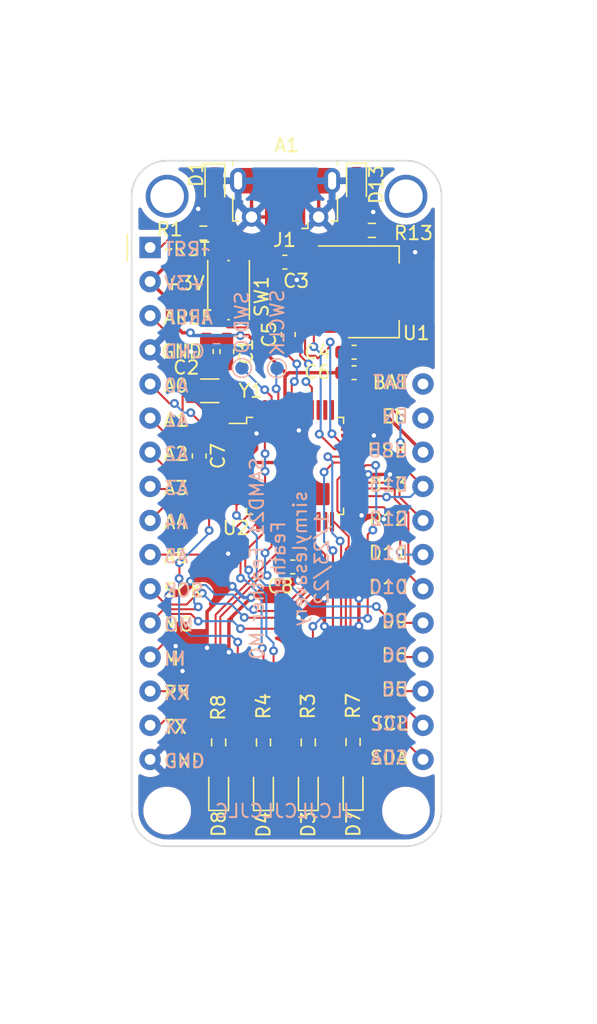
<source format=kicad_pcb>
(kicad_pcb (version 20211014) (generator pcbnew)
  (layers (0 "F.Cu" signal) (31 "B.Cu" signal) (34 "B.Paste" user) (35 "F.Paste" user) (36 "B.SilkS" user "B.Silkscreen") (37 "F.SilkS" user "F.Silkscreen") (38 "B.Mask" user) (39 "F.Mask" user) (44 "Edge.Cuts" user))
  (net 0 "")
  (net 1 "GND")
  (net 2 "/D1")
  (net 3 "/D0")
  (net 4 "/MISO")
  (net 5 "/MOSI")
  (net 6 "/SCK")
  (net 7 "/A5")
  (net 8 "/A4")
  (net 9 "/A3")
  (net 10 "/A2")
  (net 11 "/A1")
  (net 12 "/A0")
  (net 13 "/AREF")
  (net 14 "+3V3")
  (net 15 "/~RESET")
  (net 16 "/VBAT")
  (net 17 "/EN")
  (net 18 "VBUS")
  (net 19 "/D13")
  (net 20 "/D12")
  (net 21 "/D11")
  (net 22 "/D10")
  (net 23 "/D9")
  (net 24 "/D6")
  (net 25 "/D5")
  (net 26 "/SCL")
  (net 27 "/SDA")
  (net 28 "Net-(C1-Pad2)")
  (net 29 "Net-(C2-Pad2)")
  (net 30 "Net-(C5-Pad1)")
  (net 31 "Net-(D1-Pad2)")
  (net 32 "Net-(D3-Pad2)")
  (net 33 "Net-(D4-Pad2)")
  (net 34 "/D-")
  (net 36 "/D+")
  (net 37 "/D8")
  (net 38 "/D3")
  (net 39 "/D4")
  (net 40 "/D7")
  (net 41 "/SWCLK")
  (net 42 "/SWDIO")
  (net 44 "/D2")
  (net 50 "Net-(D7-Pad2)")
  (net 51 "Net-(D8-Pad2)")
  (net 52 "Net-(D13-Pad2)")
  (footprint "Resistor_SMD:R_0603_1608Metric_Pad0.98x0.95mm_HandSolder" (layer "F.Cu") (at 64.389 93.3196 -90)
    (fp_text reference "R7")
    (fp_text value "330")
  )
  (footprint "Capacitor_SMD:C_0603_1608Metric_Pad1.08x0.95mm_HandSolder" (layer "F.Cu") (at 59.563 62.992 90)
    (fp_text reference "C5")
    (fp_text value "1uF")
  )
  (footprint "LED_SMD:LED_0603_1608Metric_Pad1.05x0.95mm_HandSolder" (layer "F.Cu") (at 57.717266 96.7486 90)
    (fp_text reference "D4")
    (fp_text value "GREEN")
  )
  (footprint "LED_SMD:LED_0603_1608Metric_Pad1.05x0.95mm_HandSolder" (layer "F.Cu") (at 54.3814 96.7486 90)
    (fp_text reference "D8")
    (fp_text value "RED")
  )
  (footprint "Capacitor_SMD:C_0603_1608Metric_Pad1.08x0.95mm_HandSolder" (layer "F.Cu") (at 54.991 64.262 -90)
    (fp_text reference "C1")
    (fp_text value "10pF")
  )
  (footprint "LED_SMD:LED_0603_1608Metric_Pad1.05x0.95mm_HandSolder" (layer "F.Cu") (at 61.053132 96.7486 90)
    (fp_text reference "D3")
    (fp_text value "YELLOW")
  )
  (footprint "Capacitor_SMD:C_0603_1608Metric_Pad1.08x0.95mm_HandSolder" (layer "F.Cu") (at 64.4652 64.3128 180)
    (fp_text reference "C4")
    (fp_text value "10uF")
  )
  (footprint "Capacitor_SMD:C_0603_1608Metric_Pad1.08x0.95mm_HandSolder" (layer "F.Cu") (at 59.309 57.6072)
    (fp_text reference "C3")
    (fp_text value "10uF")
  )
  (footprint "LED_SMD:LED_0603_1608Metric_Pad1.05x0.95mm_HandSolder" (layer "F.Cu") (at 64.643 51.9176 -90)
    (fp_text reference "D13")
    (fp_text value "RED")
  )
  (footprint "Crystal:Crystal_SMD_3215-2Pin_3.2x1.5mm" (layer "F.Cu") (at 53.721 67.183 180)
    (fp_text reference "Y1")
    (fp_text value "Crystal")
  )
  (footprint "LED_SMD:LED_0603_1608Metric_Pad1.05x0.95mm_HandSolder" (layer "F.Cu") (at 54.102 51.943 -90)
    (fp_text reference "D1")
    (fp_text value "YELLOW")
  )
  (footprint "LED_SMD:LED_0603_1608Metric_Pad1.05x0.95mm_HandSolder" (layer "F.Cu") (at 64.389 96.7232 90)
    (fp_text reference "D7")
    (fp_text value "ORANGE")
  )
  (footprint "Module:Adafruit_Feather_WithMountingHoles" (layer "F.Cu") (at 49.276 56.515)
    (fp_text reference "A1")
    (fp_text value "Adafruit_Feather_M0_Basic_Proto")
    (fp_line (start 19.05 44.56) (end 1.27 44.56) (layer "Edge.Cuts") (width 0.12))
    (fp_line (start 21.7 -3.81) (end 21.7 41.91) (layer "Edge.Cuts") (width 0.12))
    (fp_line (start 19.05 -6.46) (end 1.27 -6.46) (layer "Edge.Cuts") (width 0.12))
    (fp_line (start -1.38 -3.81) (end -1.38 41.91) (layer "Edge.Cuts") (width 0.12))
    (fp_arc (start 19.05 -6.46) (mid 20.923833 -5.683833) (end 21.7 -3.81) (layer "Edge.Cuts") (width 0.12))
    (fp_arc (start 21.7 41.91) (mid 20.923833 43.783833) (end 19.05 44.56) (layer "Edge.Cuts") (width 0.12))
    (fp_arc (start 1.27 44.56) (mid -0.603833 43.783833) (end -1.38 41.91) (layer "Edge.Cuts") (width 0.12))
    (fp_arc (start -1.38 -3.81) (mid -0.603833 -5.683833) (end 1.27 -6.46) (layer "Edge.Cuts") (width 0.12))
  )
  (footprint "Capacitor_SMD:C_0603_1608Metric_Pad1.08x0.95mm_HandSolder" (layer "F.Cu") (at 53.467 64.262 -90)
    (fp_text reference "C2")
    (fp_text value "10pF")
  )
  (footprint "Resistor_SMD:R_0603_1608Metric_Pad0.98x0.95mm_HandSolder" (layer "F.Cu") (at 57.717266 93.345 -90)
    (fp_text reference "R4")
    (fp_text value "330")
  )
  (footprint "Capacitor_SMD:C_0603_1608Metric_Pad1.08x0.95mm_HandSolder" (layer "F.Cu") (at 52.9336 72.0344 90)
    (fp_text reference "C7")
    (fp_text value "1uF")
  )
  (footprint "Resistor_SMD:R_0603_1608Metric_Pad0.98x0.95mm_HandSolder" (layer "F.Cu") (at 61.053132 93.345 -90)
    (fp_text reference "R3")
    (fp_text value "330")
  )
  (footprint "Package_QFP:TQFP-48_7x7mm_P0.5mm" (layer "F.Cu") (at 60.071 72.771)
    (fp_text reference "U2")
    (fp_text value "ATSAMD21G18A-AUT-MCU_Microchip_SAMD")
  )
  (footprint "Capacitor_SMD:C_0603_1608Metric_Pad1.08x0.95mm_HandSolder" (layer "F.Cu") (at 59.8932 80.2894 180)
    (fp_text reference "C8")
    (fp_text value "10uF")
  )
  (footprint "Resistor_SMD:R_0603_1608Metric_Pad0.98x0.95mm_HandSolder" (layer "F.Cu") (at 54.3814 93.345 -90)
    (fp_text reference "R8")
    (fp_text value "330")
  )
  (footprint "Resistor_SMD:R_0603_1608Metric_Pad0.98x0.95mm_HandSolder" (layer "F.Cu") (at 65.786 55.245 180)
    (fp_text reference "R13")
    (fp_text value "330")
  )
  (footprint "Button_Switch_SMD:SW_Push_1P1T_NO_CK_KMR2" (layer "F.Cu") (at 55.118 59.69 90)
    (fp_text reference "SW1")
    (fp_text value "SW_Push")
  )
  (footprint "Connector_USB:USB_Micro-B_Molex-105017-0001" (layer "F.Cu") (at 59.3285 52.787 180)
    (fp_text reference "J1")
    (fp_text value "USB_B_Micro")
  )
  (footprint "Resistor_SMD:R_0603_1608Metric_Pad0.98x0.95mm_HandSolder" (layer "F.Cu") (at 53.2384 55.4482)
    (fp_text reference "R1")
    (fp_text value "330")
  )
  (footprint "Package_TO_SOT_SMD:SOT-223" (layer "F.Cu") (at 65.913 59.817)
    (fp_text reference "U1")
    (fp_text value "MIC39100-3.3WS")
  )
  (footprint "Capacitor_SMD:C_0603_1608Metric_Pad1.08x0.95mm_HandSolder" (layer "F.Cu") (at 64.4641 65.8368 180)
    (fp_text reference "C6")
    (fp_text value "1uF")
  )
  (footprint "TestPoint:TestPoint_Pad_D1.0mm" (layer "B.Cu") (at 56.1086 65.4812 180)
    (fp_text reference "SWDIO")
    (fp_text value "TestPoint")
  )
  (footprint "TestPoint:TestPoint_Pad_D1.0mm" (layer "B.Cu") (at 58.7248 65.5066 180)
    (fp_text reference "SWCLK")
    (fp_text value "TestPoint")
  )
  (gr_text "D13" (at 67.046505 74.168) (layer "B.SilkS") (effects (font (size 1 1)) (justify mirror)))
  (gr_text "SAMD21 Feather M0\nFeather\nsirmylesavery\n1/23/22" (at 59.6392 79.6798 90) (layer "B.SilkS") (effects (font (size 1 1)) (justify mirror)))
  (gr_text "D12" (at 67.046505 76.708) (layer "B.SilkS") (effects (font (size 1 1)) (justify mirror)))
  (gr_text "BAT" (at 67.189362 66.548) (layer "B.SilkS") (effects (font (size 1 1)) (justify mirror)))
  (gr_text "SCK" (at 51.793781 82.042) (layer "B.SilkS") (effects (font (size 1 1)) (justify mirror)))
  (gr_text "A2" (at 51.222353 71.882) (layer "B.SilkS") (effects (font (size 1 1)) (justify mirror)))
  (gr_text "SDA" (at 67.094124 94.488) (layer "B.SilkS") (effects (font (size 1 1)) (justify mirror)))
  (gr_text "GND" (at 51.8414 94.742) (layer "B.SilkS") (effects (font (size 1 1)) (justify mirror)))
  (gr_text "GND" (at 51.8414 64.262) (layer "B.SilkS") (effects (font (size 1 1)) (justify mirror)))
  (gr_text "A4" (at 51.222353 76.962) (layer "B.SilkS") (effects (font (size 1 1)) (justify mirror)))
  (gr_text "A5" (at 51.222353 79.502) (layer "B.SilkS") (effects (font (size 1 1)) (justify mirror)))
  (gr_text "TX" (at 51.174734 92.202) (layer "B.SilkS") (effects (font (size 1 1)) (justify mirror)))
  (gr_text "JLCJLCJLCJLC" (at 59.2582 98.4504) (layer "B.SilkS") (effects (font (size 1 1)) (justify mirror)))
  (gr_text "USB" (at 66.998886 71.628) (layer "B.SilkS") (effects (font (size 1 1)) (justify mirror)))
  (gr_text "D9" (at 67.522695 84.328) (layer "B.SilkS") (effects (font (size 1 1)) (justify mirror)))
  (gr_text "D10" (at 67.046505 81.788) (layer "B.SilkS") (effects (font (size 1 1)) (justify mirror)))
  (gr_text "+3V\n" (at 51.8414 59.182) (layer "B.SilkS") (effects (font (size 1 1)) (justify mirror)))
  (gr_text "D5" (at 67.522695 89.408) (layer "B.SilkS") (effects (font (size 1 1)) (justify mirror)))
  (gr_text "AREF\n" (at 52.127115 61.722) (layer "B.SilkS") (effects (font (size 1 1)) (justify mirror)))
  (gr_text "A0" (at 51.222353 66.802) (layer "B.SilkS") (effects (font (size 1 1)) (justify mirror)))
  (gr_text "~RST" (at 52.031876 56.642) (layer "B.SilkS") (effects (font (size 1 1)) (justify mirror)))
  (gr_text "MI" (at 51.127115 87.122) (layer "B.SilkS") (effects (font (size 1 1)) (justify mirror)))
  (gr_text "RX" (at 51.293781 89.662) (layer "B.SilkS") (effects (font (size 1 1)) (justify mirror)))
  (gr_text "EN" (at 67.522695 69.088) (layer "B.SilkS") (effects (font (size 1 1)) (justify mirror)))
  (gr_text "D6" (at 67.522695 86.868) (layer "B.SilkS") (effects (font (size 1 1)) (justify mirror)))
  (gr_text "A1" (at 51.222353 69.342) (layer "B.SilkS") (effects (font (size 1 1)) (justify mirror)))
  (gr_text "A3" (at 51.222353 74.422) (layer "B.SilkS") (effects (font (size 1 1)) (justify mirror)))
  (gr_text "D11" (at 67.046505 79.248) (layer "B.SilkS") (effects (font (size 1 1)) (justify mirror)))
  (gr_text "MO" (at 51.412829 84.582) (layer "B.SilkS") (effects (font (size 1 1)) (justify mirror)))
  (gr_text "SCL" (at 67.117933 91.948) (layer "B.SilkS") (effects (font (size 1 1)) (justify mirror)))
  (gr_text "MO" (at 51.387429 84.582) (layer "F.SilkS") (effects (font (size 1 1))))
  (gr_text "~RST" (at 52.006476 56.642) (layer "F.SilkS") (effects (font (size 1 1))))
  (gr_text "A5" (at 51.196953 79.502) (layer "F.SilkS") (effects (font (size 1 1))))
  (gr_text "A3" (at 51.196953 74.422) (layer "F.SilkS") (effects (font (size 1 1))))
  (gr_text "D12" (at 67.008381 76.708) (layer "F.SilkS") (effects (font (size 1 1))))
  (gr_text "D5" (at 67.484571 89.408) (layer "F.SilkS") (effects (font (size 1 1))))
  (gr_text "+3V\n" (at 51.816 59.182) (layer "F.SilkS") (effects (font (size 1 1))))
  (gr_text "D11" (at 67.008381 79.248) (layer "F.SilkS") (effects (font (size 1 1))))
  (gr_text "SDA" (at 67.056 94.488) (layer "F.SilkS") (effects (font (size 1 1))))
  (gr_text "A1" (at 51.196953 69.342) (layer "F.SilkS") (effects (font (size 1 1))))
  (gr_text "MI" (at 51.101715 87.122) (layer "F.SilkS") (effects (font (size 1 1))))
  (gr_text "AREF\n" (at 52.101715 61.722) (layer "F.SilkS") (effects (font (size 1 1))))
  (gr_text "GND" (at 51.6128 64.262) (layer "F.SilkS") (effects (font (size 1 1))))
  (gr_text "RX" (at 51.268381 89.662) (layer "F.SilkS") (effects (font (size 1 1))))
  (gr_text "TX" (at 51.149334 92.202) (layer "F.SilkS") (effects (font (size 1 1))))
  (gr_text "EN" (at 67.484571 69.088) (layer "F.SilkS") (effects (font (size 1 1))))
  (gr_text "BAT" (at 67.151238 66.548) (layer "F.SilkS") (effects (font (size 1 1))))
  (gr_text "SCL" (at 67.079809 91.948) (layer "F.SilkS") (effects (font (size 1 1))))
  (gr_text "A0" (at 51.196953 66.802) (layer "F.SilkS") (effects (font (size 1 1))))
  (gr_text "SCK" (at 51.768381 82.042) (layer "F.SilkS") (effects (font (size 1 1))))
  (gr_text "USB" (at 66.960762 71.628) (layer "F.SilkS") (effects (font (size 1 1))))
  (gr_text "D13" (at 67.008381 74.168) (layer "F.SilkS") (effects (font (size 1 1))))
  (gr_text "GND" (at 51.816 94.742) (layer "F.SilkS") (effects (font (size 1 1))))
  (gr_text "D6" (at 67.484571 86.868) (layer "F.SilkS") (effects (font (size 1 1))))
  (gr_text "A2" (at 51.196953 71.882) (layer "F.SilkS") (effects (font (size 1 1))))
  (gr_text "D9" (at 67.484571 84.328) (layer "F.SilkS") (effects (font (size 1 1))))
  (gr_text "D10" (at 67.008381 81.788) (layer "F.SilkS") (effects (font (size 1 1))))
  (gr_text "A4" (at 51.196953 76.962) (layer "F.SilkS") (effects (font (size 1 1))))
  (segment (start 60.7557 80.8239) (end 60.2996 81.28) (width 0.254) (layer "F.Cu") (net 1))
  (segment (start 65.9278 70.521) (end 65.9384 70.5104) (width 0.254) (layer "F.Cu") (net 1))
  (segment (start 55.9085 72.021) (end 53.8095 72.021) (width 0.1524) (layer "F.Cu") (net 1))
  (segment (start 65.5066 73.406) (end 67.1322 73.406) (width 0.254) (layer "F.Cu") (net 1))
  (segment (start 53.8095 72.021) (end 52.9336 72.8969) (width 0.1524) (layer "F.Cu") (net 1))
  (segment (start 51.181 86.1822) (end 51.181 85.913869) (width 0.254) (layer "F.Cu") (net 1))
  (segment (start 61.609769 82.6262) (end 62.2554 82.6262) (width 0.254) (layer "F.Cu") (net 1))
  (segment (start 60.9092 80.3656) (end 60.7314 80.2894) (width 0.254) (layer "F.Cu") (net 1))
  (segment (start 60.321 68.6085) (end 60.321 70.1) (width 0.254) (layer "F.Cu") (net 1))
  (segment (start 56.8285 54.2495) (end 56.8285 51.9495) (width 0.254) (layer "F.Cu") (net 1))
  (segment (start 62.2554 84.2264) (end 62.2554 84.4296) (width 0.254) (layer "F.Cu") (net 1))
  (segment (start 58.0285 54.2495) (end 58.0285 51.8495) (width 0.254) (layer "F.Cu") (net 1))
  (segment (start 64.8208 83.8454) (end 64.8208 84.3534) (width 0.254) (layer "F.Cu") (net 1))
  (segment (start 59.69 58.928) (end 60.198 58.928) (width 0.254) (layer "F.Cu") (net 1))
  (segment (start 62.2285 51.5495) (end 62.8285 51.5495) (width 0.254) (layer "F.Cu") (net 1))
  (segment (start 58.4465 57.6072) (end 58.4465 57.6845) (width 0.254) (layer "F.Cu") (net 1))
  (segment (start 60.7557 80.2894) (end 60.7557 80.8239) (width 0.254) (layer "F.Cu") (net 1))
  (segment (start 59.821 79.379) (end 59.821 76.9335) (width 0.254) (layer "F.Cu") (net 1))
  (segment (start 58.0285 54.2495) (end 56.8285 54.2495) (width 0.254) (layer "F.Cu") (net 1))
  (segment (start 64.8208 84.3534) (end 64.8208 84.6836) (width 0.254) (layer "F.Cu") (net 1))
  (segment (start 66.3956 76.454) (end 66.675 76.7334) (width 0.254) (layer "F.Cu") (net 1))
  (segment (start 60.706 80.264) (end 59.821 79.379) (width 0.254) (layer "F.Cu") (net 1))
  (segment (start 56.7944 82.5754) (end 55.1434 84.2264) (width 0.254) (layer "F.Cu") (net 1))
  (segment (start 55.8285 51.5495) (end 56.4285 51.5495) (width 0.254) (layer "F.Cu") (net 1))
  (segment (start 60.321 70.1) (end 60.3504 70.1294) (width 0.254) (layer "F.Cu") (net 1))
  (segment (start 59.6646 81.28) (end 60.2996 81.28) (width 0.254) (layer "F.Cu") (net 1))
  (segment (start 65.024 76.454) (end 66.3956 76.454) (width 0.254) (layer "F.Cu") (net 1))
  (segment (start 61.8285 54.2495) (end 61.8285 51.9495) (width 0.254) (layer "F.Cu") (net 1))
  (segment (start 51.2064 82.423) (end 52.2732 81.3562) (width 0.254) (layer "F.Cu") (net 1))
  (segment (start 52.6045 64.262) (end 53.467 63.3995) (width 0.254) (layer "F.Cu") (net 1))
  (segment (start 56.7944 82.5754) (end 58.3692 82.5754) (width 0.254) (layer "F.Cu") (net 1))
  (segment (start 57.2008 70.358) (end 57.2008 71.534035) (width 0.254) (layer "F.Cu") (net 1))
  (segment (start 56.4285 51.5495) (end 58.3285 51.5495) (width 0.254) (layer "F.Cu") (net 1))
  (segment (start 58.0285 51.8495) (end 58.3285 51.5495) (width 0.254) (layer "F.Cu") (net 1))
  (segment (start 52.324 64.262) (end 52.6045 64.262) (width 0.254) (layer "F.Cu") (net 1))
  (segment (start 55.1434 84.2264) (end 55.1434 86.6394) (width 0.254) (layer "F.Cu") (net 1))
  (segment (start 58.4465 57.6845) (end 59.69 58.928) (width 0.254) (layer "F.Cu") (net 1))
  (segment (start 60.7314 80.2894) (end 60.706 80.264) (width 0.254) (layer "F.Cu") (net 1))
  (segment (start 64.2335 70.521) (end 65.9278 70.521) (width 0.254) (layer "F.Cu") (net 1))
  (segment (start 56.713835 72.021) (end 55.9085 72.021) (width 0.254) (layer "F.Cu") (net 1))
  (segment (start 52.055669 85.0392) (end 53.5178 85.0392) (width 0.254) (layer "F.Cu") (net 1))
  (segment (start 60.325 83.910969) (end 61.609769 82.6262) (width 0.254) (layer "F.Cu") (net 1))
  (segment (start 56.8285 51.9495) (end 56.4285 51.5495) (width 0.254) (layer "F.Cu") (net 1))
  (segment (start 58.3692 82.5754) (end 59.6646 81.28) (width 0.254) (layer "F.Cu") (net 1))
  (segment (start 61.8285 51.9495) (end 62.2285 51.5495) (width 0.254) (layer "F.Cu") (net 1))
  (segment (start 57.2008 71.534035) (end 56.713835 72.021) (width 0.254) (layer "F.Cu") (net 1))
  (segment (start 51.181 85.913869) (end 52.055669 85.0392) (width 0.254) (layer "F.Cu") (net 1))
  (segment (start 60.756435 80.289765) (end 60.9092 80.3656) (width 0.254) (layer "F.Cu") (net 1))
  (segment (start 62.2554 84.4296) (end 62.2554 84.709) (width 0.254) (layer "F.Cu") (net 1))
  (segment (start 53.5178 83.6168) (end 55.3974 81.7372) (width 0.254) (layer "F.Cu") (net 1))
  (segment (start 53.5178 86.3092) (end 53.5178 85.0392) (width 0.254) (layer "F.Cu") (net 1))
  (segment (start 50.673 82.423) (end 51.2064 82.423) (width 0.254) (layer "F.Cu") (net 1))
  (segment (start 60.3285 51.5495) (end 62.2285 51.5495) (width 0.254) (layer "F.Cu") (net 1))
  (segment (start 58.3285 51.5495) (end 60.3285 51.5495) (width 0.254) (layer "F.Cu") (net 1))
  (segment (start 60.325 84.0486) (end 60.325 83.910969) (width 0.254) (layer "F.Cu") (net 1))
  (segment (start 62.2554 82.6262) (end 62.2554 84.2264) (width 0.254) (layer "F.Cu") (net 1))
  (segment (start 64.8208 82.6262) (end 64.8208 83.8454) (width 0.254) (layer "F.Cu") (net 1))
  (segment (start 60.7557 80.2894) (end 60.756435 80.289765) (width 0.254) (layer "F.Cu") (net 1))
  (segment (start 53.5178 85.0392) (end 53.5178 83.6168) (width 0.254) (layer "F.Cu") (net 1))
  (via (at 65.024 76.454) (size 0.6604) (drill 0.3302) (layers "F.Cu" "B.Cu") (net 1))
  (via (at 60.3504 70.1294) (size 0.6604) (drill 0.3302) (layers "F.Cu" "B.Cu") (net 1))
  (via (at 50.673 82.423) (size 0.6604) (drill 0.3302) (layers "F.Cu" "B.Cu") (net 1))
  (via (at 56.7944 82.5754) (size 0.6604) (drill 0.3302) (layers "F.Cu" "B.Cu") (net 1))
  (via (at 55.1434 86.6394) (size 0.6604) (drill 0.3302) (layers "F.Cu" "B.Cu") (net 1))
  (via (at 66.675 76.7334) (size 0.6604) (drill 0.3302) (layers "F.Cu" "B.Cu") (net 1))
  (via (at 51.689 88.0364) (size 0.6604) (drill 0.3302) (layers "F.Cu" "B.Cu") (net 1))
  (via (at 60.2996 81.28) (size 0.6604) (drill 0.3302) (layers "F.Cu" "B.Cu") (net 1))
  (via (at 52.2732 81.3562) (size 0.6604) (drill 0.3302) (layers "F.Cu" "B.Cu") (net 1))
  (via (at 55.3974 81.7372) (size 0.6604) (drill 0.3302) (layers "F.Cu" "B.Cu") (net 1))
  (via (at 55.0926 79.2988) (size 0.6604) (drill 0.3302) (layers "F.Cu" "B.Cu") (net 1))
  (via (at 65.5066 73.406) (size 0.6604) (drill 0.3302) (layers "F.Cu" "B.Cu") (net 1))
  (via (at 53.5178 86.3092) (size 0.6604) (drill 0.3302) (layers "F.Cu" "B.Cu") (net 1))
  (via (at 65.9384 70.5104) (size 0.6604) (drill 0.3302) (layers "F.Cu" "B.Cu") (net 1))
  (via (at 60.325 84.0486) (size 0.6604) (drill 0.3302) (layers "F.Cu" "B.Cu") (net 1))
  (via (at 51.181 86.1822) (size 0.6604) (drill 0.3302) (layers "F.Cu" "B.Cu") (net 1))
  (via (at 69.0118 56.8706) (size 0.6604) (drill 0.3302) (layers "F.Cu" "B.Cu") (net 1))
  (via (at 60.198 58.928) (size 0.6604) (drill 0.3302) (layers "F.Cu" "B.Cu") (net 1))
  (via (at 65.8876 53.8734) (size 0.6604) (drill 0.3302) (layers "F.Cu" "B.Cu") (net 1))
  (via (at 62.2554 82.6262) (size 0.6604) (drill 0.3302) (layers "F.Cu" "B.Cu") (net 1))
  (via (at 52.8574 53.6448) (size 0.6604) (drill 0.3302) (layers "F.Cu" "B.Cu") (net 1))
  (via (at 62.2554 84.709) (size 0.6604) (drill 0.3302) (layers "F.Cu" "B.Cu") (net 1))
  (via (at 57.2008 70.358) (size 0.6604) (drill 0.3302) (layers "F.Cu" "B.Cu") (net 1))
  (via (at 52.324 64.262) (size 0.6604) (drill 0.3302) (layers "F.Cu" "B.Cu") (net 1))
  (via (at 64.8208 84.6836) (size 0.6604) (drill 0.3302) (layers "F.Cu" "B.Cu") (net 1))
  (via (at 67.1322 73.406) (size 0.6604) (drill 0.3302) (layers "F.Cu" "B.Cu") (net 1))
  (via (at 64.8208 82.6262) (size 0.6604) (drill 0.3302) (layers "F.Cu" "B.Cu") (net 1))
  (segment (start 55.401421 81.7372) (end 56.239621 82.5754) (width 0.254) (layer "B.Cu") (net 1))
  (segment (start 55.3974 81.7372) (end 55.401421 81.7372) (width 0.254) (layer "B.Cu") (net 1))
  (segment (start 56.239621 82.5754) (end 56.7944 82.5754) (width 0.254) (layer "B.Cu") (net 1))
  (segment (start 57.9882 80.9244) (end 57.57812 80.9244) (width 0.1524) (layer "F.Cu") (net 2))
  (segment (start 58.321 78.7628) (end 58.321 76.9335) (width 0.1524) (layer "F.Cu") (net 2))
  (segment (start 54.50472 83.9978) (end 54.50472 87.54717) (width 0.1524) (layer "F.Cu") (net 2))
  (segment (start 57.8358 79.248) (end 58.321 78.7628) (width 0.1524) (layer "F.Cu") (net 2))
  (segment (start 54.50472 87.54717) (end 49.97689 92.075) (width 0.1524) (layer "F.Cu") (net 2))
  (segment (start 49.97689 92.075) (end 49.276 92.075) (width 0.1524) (layer "F.Cu") (net 2))
  (segment (start 57.57812 80.9244) (end 54.50472 83.9978) (width 0.1524) (layer "F.Cu") (net 2))
  (via (at 57.8358 79.248) (size 0.6604) (drill 0.3302) (layers "F.Cu" "B.Cu") (net 2))
  (via (at 57.9882 80.9244) (size 0.6604) (drill 0.3302) (layers "F.Cu" "B.Cu") (net 2))
  (segment (start 57.8358 80.772) (end 57.9882 80.9244) (width 0.1524) (layer "B.Cu") (net 2))
  (segment (start 57.8358 79.248) (end 57.8358 80.772) (width 0.1524) (layer "B.Cu") (net 2))
  (segment (start 58.821 79.1772) (end 54.1528 83.8454) (width 0.1524) (layer "F.Cu") (net 3))
  (segment (start 54.1528 83.8454) (end 54.1528 87.4014) (width 0.1524) (layer "F.Cu") (net 3))
  (segment (start 54.1528 87.4014) (end 52.0192 89.535) (width 0.1524) (layer "F.Cu") (net 3))
  (segment (start 52.0192 89.535) (end 49.276 89.535) (width 0.1524) (layer "F.Cu") (net 3))
  (segment (start 58.821 76.9335) (end 58.821 79.1772) (width 0.1524) (layer "F.Cu") (net 3))
  (segment (start 49.276 86.995) (end 50.6222 85.6488) (width 0.1524) (layer "F.Cu") (net 4))
  (segment (start 62.29884 79.36286) (end 61.321 78.38502) (width 0.1524) (layer "F.Cu") (net 4))
  (segment (start 50.6222 85.6488) (end 50.6222 83.79092) (width 0.1524) (layer "F.Cu") (net 4))
  (segment (start 62.29884 81.21594) (end 62.29884 79.36286) (width 0.1524) (layer "F.Cu") (net 4))
  (segment (start 61.321 78.38502) (end 61.321 76.9335) (width 0.1524) (layer "F.Cu") (net 4))
  (segment (start 56.007 84.8868) (end 58.62798 84.8868) (width 0.1524) (layer "F.Cu") (net 4))
  (segment (start 58.62798 84.8868) (end 62.29884 81.21594) (width 0.1524) (layer "F.Cu") (net 4))
  (segment (start 50.6222 83.79092) (end 52.32032 83.79092) (width 0.1524) (layer "F.Cu") (net 4))
  (segment (start 52.8574 84.328) (end 52.32032 83.79092) (width 0.1524) (layer "F.Cu") (net 4))
  (via (at 52.8574 84.328) (size 0.6604) (drill 0.3302) (layers "F.Cu" "B.Cu") (net 4))
  (via (at 56.007 84.8868) (size 0.6604) (drill 0.3302) (layers "F.Cu" "B.Cu") (net 4))
  (segment (start 56.007 84.8868) (end 55.4482 84.328) (width 0.1524) (layer "B.Cu") (net 4))
  (segment (start 55.4482 84.328) (end 52.8574 84.328) (width 0.1524) (layer "B.Cu") (net 4))
  (segment (start 61.595 80.9244) (end 58.9534 83.566) (width 0.1524) (layer "F.Cu") (net 5))
  (segment (start 58.9534 83.566) (end 57.0738 83.566) (width 0.1524) (layer "F.Cu") (net 5))
  (segment (start 57.0738 83.566) (end 56.9722 83.4644) (width 0.1524) (layer "F.Cu") (net 5))
  (segment (start 60.321 76.9335) (end 60.321 79.309468) (width 0.1524) (layer "F.Cu") (net 5))
  (segment (start 49.276 84.455) (end 50.292 83.439) (width 0.1524) (layer "F.Cu") (net 5))
  (segment (start 61.4172 79.4766) (end 61.595 79.6544) (width 0.1524) (layer "F.Cu") (net 5))
  (segment (start 60.321 79.309468) (end 60.488132 79.4766) (width 0.1524) (layer "F.Cu") (net 5))
  (segment (start 61.595 79.6544) (end 61.595 80.9244) (width 0.1524) (layer "F.Cu") (net 5))
  (segment (start 50.292 83.439) (end 52.6796 83.439) (width 0.1524) (layer "F.Cu") (net 5))
  (segment (start 60.488132 79.4766) (end 61.4172 79.4766) (width 0.1524) (layer "F.Cu") (net 5))
  (segment (start 52.6796 83.439) (end 52.8574 83.2612) (width 0.1524) (layer "F.Cu") (net 5))
  (via (at 52.8574 83.2612) (size 0.6604) (drill 0.3302) (layers "F.Cu" "B.Cu") (net 5))
  (via (at 56.9722 83.4644) (size 0.6604) (drill 0.3302) (layers "F.Cu" "B.Cu") (net 5))
  (segment (start 52.556289 81.994222) (end 52.556289 82.960089) (width 0.1524) (layer "B.Cu") (net 5))
  (segment (start 52.556289 82.960089) (end 52.8574 83.2612) (width 0.1524) (layer "B.Cu") (net 5))
  (segment (start 56.559089 83.4644) (end 56.9722 83.4644) (width 0.1524) (layer "B.Cu") (net 5))
  (segment (start 53.419889 81.639289) (end 54.123711 82.343111) (width 0.1524) (layer "B.Cu") (net 5))
  (segment (start 54.123711 82.343111) (end 55.4378 82.343111) (width 0.1524) (layer "B.Cu") (net 5))
  (segment (start 55.4378 82.343111) (end 56.559089 83.4644) (width 0.1524) (layer "B.Cu") (net 5))
  (segment (start 52.911222 81.639289) (end 53.419889 81.639289) (width 0.1524) (layer "B.Cu") (net 5))
  (segment (start 52.911222 81.639289) (end 52.556289 81.994222) (width 0.1524) (layer "B.Cu") (net 5))
  (segment (start 60.821 76.9335) (end 60.821 79.109) (width 0.1524) (layer "F.Cu") (net 6))
  (segment (start 51.99012 83.08708) (end 50.44808 83.08708) (width 0.1524) (layer "F.Cu") (net 6))
  (segment (start 52.832 82.2452) (end 51.99012 83.08708) (width 0.1524) (layer "F.Cu") (net 6))
  (segment (start 60.83668 79.12468) (end 61.56297 79.12468) (width 0.1524) (layer "F.Cu") (net 6))
  (segment (start 61.94692 81.07017) (end 58.946779 84.070311) (width 0.1524) (layer "F.Cu") (net 6))
  (segment (start 56.308111 84.070311) (end 56.2864 84.0486) (width 0.1524) (layer "F.Cu") (net 6))
  (segment (start 60.821 79.109) (end 60.83668 79.12468) (width 0.1524) (layer "F.Cu") (net 6))
  (segment (start 58.946779 84.070311) (end 56.308111 84.070311) (width 0.1524) (layer "F.Cu") (net 6))
  (segment (start 61.56297 79.12468) (end 61.94692 79.50863) (width 0.1524) (layer "F.Cu") (net 6))
  (segment (start 53.1622 82.2452) (end 52.832 82.2452) (width 0.1524) (layer "F.Cu") (net 6))
  (segment (start 50.44808 83.08708) (end 49.276 81.915) (width 0.1524) (layer "F.Cu") (net 6))
  (segment (start 61.94692 79.50863) (end 61.94692 81.07017) (width 0.1524) (layer "F.Cu") (net 6))
  (via (at 56.2864 84.0486) (size 0.6604) (drill 0.3302) (layers "F.Cu" "B.Cu") (net 6))
  (via (at 53.1622 82.2452) (size 0.6604) (drill 0.3302) (layers "F.Cu" "B.Cu") (net 6))
  (segment (start 56.2864 84.0486) (end 55.2704 83.0326) (width 0.1524) (layer "B.Cu") (net 6))
  (segment (start 55.2704 83.0326) (end 53.9496 83.0326) (width 0.1524) (layer "B.Cu") (net 6))
  (segment (start 53.9496 83.0326) (end 53.1622 82.2452) (width 0.1524) (layer "B.Cu") (net 6))
  (segment (start 57.821 68.6085) (end 57.821 71.8495) (width 0.1524) (layer "F.Cu") (net 7))
  (segment (start 53.646008 79.375) (end 49.276 79.375) (width 0.1524) (layer "F.Cu") (net 7))
  (segment (start 57.8358 73.1777) (end 57.8358 75.185208) (width 0.1524) (layer "F.Cu") (net 7))
  (segment (start 57.8358 75.185208) (end 53.646008 79.375) (width 0.1524) (layer "F.Cu") (net 7))
  (segment (start 57.821 71.8495) (end 57.8358 71.8643) (width 0.1524) (layer "F.Cu") (net 7))
  (via (at 57.8358 71.8643) (size 0.6604) (drill 0.3302) (layers "F.Cu" "B.Cu") (net 7))
  (via (at 57.8358 73.1777) (size 0.6604) (drill 0.3302) (layers "F.Cu" "B.Cu") (net 7))
  (segment (start 57.8358 71.8643) (end 57.8358 73.1777) (width 0.1524) (layer "B.Cu") (net 7))
  (segment (start 54.08211 74.84276) (end 54.40387 74.521) (width 0.1524) (layer "F.Cu") (net 8))
  (segment (start 50.6222 75.4888) (end 50.6222 74.84276) (width 0.1524) (layer "F.Cu") (net 8))
  (segment (start 49.276 76.835) (end 50.6222 75.4888) (width 0.1524) (layer "F.Cu") (net 8))
  (segment (start 54.40387 74.521) (end 55.9085 74.521) (width 0.1524) (layer "F.Cu") (net 8))
  (segment (start 50.6222 74.84276) (end 54.08211 74.84276) (width 0.1524) (layer "F.Cu") (net 8))
  (segment (start 55.9085 74.021) (end 54.40618 74.021) (width 0.1524) (layer "F.Cu") (net 9))
  (segment (start 53.93634 74.49084) (end 49.47184 74.49084) (width 0.1524) (layer "F.Cu") (net 9))
  (segment (start 54.40618 74.021) (end 53.93634 74.49084) (width 0.1524) (layer "F.Cu") (net 9))
  (segment (start 49.47184 74.49084) (end 49.276 74.295) (width 0.1524) (layer "F.Cu") (net 9))
  (segment (start 53.79057 74.13892) (end 54.40849 73.521) (width 0.1524) (layer "F.Cu") (net 10))
  (segment (start 49.276 71.755) (end 50.680545 73.159545) (width 0.1524) (layer "F.Cu") (net 10))
  (segment (start 50.680545 73.159545) (end 51.097255 73.159545) (width 0.1524) (layer "F.Cu") (net 10))
  (segment (start 54.40849 73.521) (end 55.9085 73.521) (width 0.1524) (layer "F.Cu") (net 10))
  (segment (start 52.07663 74.13892) (end 53.79057 74.13892) (width 0.1524) (layer "F.Cu") (net 10))
  (segment (start 51.097255 73.159545) (end 52.07663 74.13892) (width 0.1524) (layer "F.Cu") (net 10))
  (segment (start 51.2064 71.1454) (end 49.276 69.215) (width 0.1524) (layer "F.Cu") (net 11))
  (segment (start 52.2224 73.787) (end 51.2064 72.771) (width 0.1524) (layer "F.Cu") (net 11))
  (segment (start 51.2064 72.771) (end 51.2064 71.1454) (width 0.1524) (layer "F.Cu") (net 11))
  (segment (start 55.9085 73.021) (end 54.4108 73.021) (width 0.1524) (layer "F.Cu") (net 11))
  (segment (start 54.4108 73.021) (end 53.6448 73.787) (width 0.1524) (layer "F.Cu") (net 11))
  (segment (start 53.6448 73.787) (end 52.2224 73.787) (width 0.1524) (layer "F.Cu") (net 11))
  (segment (start 55.9085 71.021) (end 54.513589 71.021) (width 0.1524) (layer "F.Cu") (net 12))
  (segment (start 54.513589 71.021) (end 52.301189 68.8086) (width 0.1524) (layer "F.Cu") (net 12))
  (segment (start 50.7238 68.1228) (end 49.276 66.675) (width 0.1524) (layer "F.Cu") (net 12))
  (segment (start 51.089389 68.1228) (end 50.7238 68.1228) (width 0.1524) (layer "F.Cu") (net 12))
  (via (at 52.301189 68.8086) (size 0.6604) (drill 0.3302) (layers "F.Cu" "B.Cu") (net 12))
  (via (at 51.089389 68.1228) (size 0.6604) (drill 0.3302) (layers "F.Cu" "B.Cu") (net 12))
  (segment (start 52.301189 68.8086) (end 51.775189 68.8086) (width 0.1524) (layer "B.Cu") (net 12))
  (segment (start 51.775189 68.8086) (end 51.089389 68.1228) (width 0.1524) (layer "B.Cu") (net 12))
  (segment (start 53.2827 71.521) (end 55.9085 71.521) (width 0.1524) (layer "F.Cu") (net 13))
  (segment (start 51.695289 69.933589) (end 52.9336 71.1719) (width 0.1524) (layer "F.Cu") (net 13))
  (segment (start 52.9336 71.1719) (end 53.2827 71.521) (width 0.1524) (layer "F.Cu") (net 13))
  (segment (start 49.276 61.595) (end 51.695289 64.014289) (width 0.1524) (layer "F.Cu") (net 13))
  (segment (start 51.695289 64.014289) (end 51.695289 69.933589) (width 0.1524) (layer "F.Cu") (net 13))
  (segment (start 59.34448 76.91002) (end 59.321 76.9335) (width 0.254) (layer "F.Cu") (net 14))
  (segment (start 59.6138 65.8368) (end 59.4868 65.9638) (width 0.254) (layer "F.Cu") (net 14))
  (segment (start 59.321 68.6085) (end 59.34448 68.63198) (width 0.254) (layer "F.Cu") (net 14))
  (segment (start 49.276 59.055) (end 50.5714 60.3504) (width 0.254) (layer "F.Cu") (net 14))
  (segment (start 63.7794 62.484) (end 63.7794 64.1361) (width 0.254) (layer "F.Cu") (net 14))
  (segment (start 59.2876 72.521) (end 59.34448 72.57788) (width 0.254) (layer "F.Cu") (net 14))
  (segment (start 52.3259 56.0051) (end 52.3259 55.4482) (width 0.254) (layer "F.Cu") (net 14))
  (segment (start 59.321 79.9991) (end 59.0307 80.2894) (width 0.254) (layer "F.Cu") (net 14))
  (segment (start 59.321 76.9335) (end 59.321 79.9991) (width 0.254) (layer "F.Cu") (net 14))
  (segment (start 49.276 59.055) (end 52.3259 56.0051) (width 0.254) (layer "F.Cu") (net 14))
  (segment (start 64.2335 66.4687) (end 63.6016 65.8368) (width 0.254) (layer "F.Cu") (net 14))
  (segment (start 59.34448 68.63198) (end 59.34448 72.57788) (width 0.254) (layer "F.Cu") (net 14))
  (segment (start 50.5714 61.755422) (end 50.5714 60.3504) (width 0.254) (layer "F.Cu") (net 14))
  (segment (start 64.2335 70.021) (end 64.2335 66.4687) (width 0.254) (layer "F.Cu") (net 14))
  (segment (start 63.6027 64.3128) (end 63.6027 65.8357) (width 0.254) (layer "F.Cu") (net 14))
  (segment (start 56.594611 63.071611) (end 55.995193 63.071611) (width 0.254) (layer "F.Cu") (net 14))
  (segment (start 62.763 62.117) (end 63.4124 62.117) (width 0.254) (layer "F.Cu") (net 14))
  (segment (start 63.4124 62.117) (end 63.7794 62.484) (width 0.254) (layer "F.Cu") (net 14))
  (segment (start 59.4868 65.9638) (end 59.321 66.1296) (width 0.254) (layer "F.Cu") (net 14))
  (segment (start 63.6027 65.8357) (end 63.6016 65.8368) (width 0.254) (layer "F.Cu") (net 14))
  (segment (start 59.34448 72.57788) (end 59.34448 76.91002) (width 0.254) (layer "F.Cu") (net 14))
  (segment (start 59.321 66.1296) (end 59.321 68.6085) (width 0.254) (layer "F.Cu") (net 14))
  (segment (start 59.4868 65.9638) (end 56.594611 63.071611) (width 0.254) (layer "F.Cu") (net 14))
  (segment (start 55.9085 72.521) (end 59.2876 72.521) (width 0.254) (layer "F.Cu") (net 14))
  (segment (start 63.6016 65.8368) (end 59.6138 65.8368) (width 0.254) (layer "F.Cu") (net 14))
  (segment (start 51.680978 62.865) (end 50.5714 61.755422) (width 0.254) (layer "F.Cu") (net 14))
  (segment (start 63.7794 64.1361) (end 63.6027 64.3128) (width 0.254) (layer "F.Cu") (net 14))
  (segment (start 52.2732 62.865) (end 51.680978 62.865) (width 0.254) (layer "F.Cu") (net 14))
  (via (at 55.995193 63.071611) (size 0.6604) (drill 0.3302) (layers "F.Cu" "B.Cu") (net 14))
  (via (at 52.2732 62.865) (size 0.6604) (drill 0.3302) (layers "F.Cu" "B.Cu") (net 14))
  (segment (start 52.479811 63.071611) (end 52.2732 62.865) (width 0.254) (layer "B.Cu") (net 14))
  (segment (start 55.995193 63.071611) (end 52.479811 63.071611) (width 0.254) (layer "B.Cu") (net 14))
  (segment (start 61.057903 65.1801) (end 60.452 64.574197) (width 0.1524) (layer "F.Cu") (net 15))
  (segment (start 52.788482 54.69748) (end 53.2384 55.147398) (width 0.1524) (layer "F.Cu") (net 15))
  (segment (start 53.2384 56.5604) (end 54.318 57.64) (width 0.1524) (layer "F.Cu") (net 15))
  (segment (start 51.181 54.7116) (end 51.19512 54.69748) (width 0.1524) (layer "F.Cu") (net 15))
  (segment (start 56.7761 62.4657) (end 57.3024 62.992) (width 0.1524) (layer "F.Cu") (net 15))
  (segment (start 54.318 57.64) (end 54.318 61.74) (width 0.1524) (layer "F.Cu") (net 15))
  (segment (start 60.452 63.480198) (end 59.963802 62.992) (width 0.1524) (layer "F.Cu") (net 15))
  (segment (start 51.19512 54.69748) (end 52.788482 54.69748) (width 0.1524) (layer "F.Cu") (net 15))
  (segment (start 54.318 61.74) (end 55.0437 62.4657) (width 0.1524) (layer "F.Cu") (net 15))
  (segment (start 60.874561 66.4935) (end 61.321 66.939939) (width 0.1524) (layer "F.Cu") (net 15))
  (segment (start 55.0437 62.4657) (end 56.7761 62.4657) (width 0.1524) (layer "F.Cu") (net 15))
  (segment (start 60.452 64.574197) (end 60.452 63.480198) (width 0.1524) (layer "F.Cu") (net 15))
  (segment (start 50.045798 56.515) (end 51.181 55.379798) (width 0.1524) (layer "F.Cu") (net 15))
  (segment (start 53.2384 55.147398) (end 53.2384 56.5604) (width 0.1524) (layer "F.Cu") (net 15))
  (segment (start 61.321 66.939939) (end 61.321 68.6085) (width 0.1524) (layer "F.Cu") (net 15))
  (segment (start 49.276 56.515) (end 50.045798 56.515) (width 0.1524) (layer "F.Cu") (net 15))
  (segment (start 51.181 55.379798) (end 51.181 54.7116) (width 0.1524) (layer "F.Cu") (net 15))
  (segment (start 59.963802 62.992) (end 57.3024 62.992) (width 0.1524) (layer "F.Cu") (net 15))
  (via (at 61.057903 65.1801) (size 0.6604) (drill 0.3302) (layers "F.Cu" "B.Cu") (net 15))
  (via (at 60.874561 66.4935) (size 0.6604) (drill 0.3302) (layers "F.Cu" "B.Cu") (net 15))
  (segment (start 61.057903 65.1801) (end 61.057903 66.310158) (width 0.1524) (layer "B.Cu") (net 15))
  (segment (start 61.057903 66.310158) (end 60.874561 66.4935) (width 0.1524) (layer "B.Cu") (net 15))
  (segment (start 60.2617 57.517) (end 62.763 57.517) (width 0.254) (layer "F.Cu") (net 18))
  (segment (start 66.1416 58.8264) (end 66.19172 58.87652) (width 0.254) (layer "F.Cu") (net 18))
  (segment (start 66.19172 67.46172) (end 66.19172 68.35072) (width 0.254) (layer "F.Cu") (net 18))
  (segment (start 62.763 57.517) (end 64.8322 57.517) (width 0.254) (layer "F.Cu") (net 18))
  (segment (start 62.763 57.517) (end 60.6285 55.3825) (width 0.254) (layer "F.Cu") (net 18))
  (segment (start 66.19172 58.87652) (end 66.19172 67.46172) (width 0.254) (layer "F.Cu") (net 18))
  (segment (start 60.1715 57.6072) (end 60.2617 57.517) (width 0.254) (layer "F.Cu") (net 18))
  (segment (start 66.19172 68.35072) (end 69.596 71.755) (width 0.254) (layer "F.Cu") (net 18))
  (segment (start 64.8322 57.517) (end 66.1416 58.8264) (width 0.254) (layer "F.Cu") (net 18))
  (segment (start 60.6285 55.3825) (end 60.6285 54.2495) (width 0.254) (layer "F.Cu") (net 18))
  (segment (start 69.596 74.295) (end 67.912442 72.611442) (width 0.1524) (layer "F.Cu") (net 19))
  (segment (start 66.6985 67.928784) (end 66.6985 55.245) (width 0.1524) (layer "F.Cu") (net 19))
  (segment (start 67.912442 72.611442) (end 67.912442 71.000158) (width 0.1524) (layer "F.Cu") (net 19))
  (segment (start 66.8168 75.021) (end 66.8782 75.0824) (width 0.1524) (layer "F.Cu") (net 19))
  (segment (start 64.2335 75.021) (end 66.8168 75.021) (width 0.1524) (layer "F.Cu") (net 19))
  (segment (start 67.990258 69.220542) (end 66.6985 67.928784) (width 0.1524) (layer "F.Cu") (net 19))
  (via (at 67.990258 69.220542) (size 0.6604) (drill 0.3302) (layers "F.Cu" "B.Cu") (net 19))
  (via (at 67.912442 71.000158) (size 0.6604) (drill 0.3302) (layers "F.Cu" "B.Cu") (net 19))
  (via (at 66.8782 75.0824) (size 0.6604) (drill 0.3302) (layers "F.Cu" "B.Cu") (net 19))
  (segment (start 66.8782 75.0824) (end 68.6562 75.0824) (width 0.1524) (layer "B.Cu") (net 19))
  (segment (start 69.4436 74.295) (end 69.596 74.295) (width 0.1524) (layer "B.Cu") (net 19))
  (segment (start 67.912442 69.298358) (end 67.990258 69.220542) (width 0.1524) (layer "B.Cu") (net 19))
  (segment (start 68.6562 75.0824) (end 69.4436 74.295) (width 0.1524) (layer "B.Cu") (net 19))
  (segment (start 67.912442 71.000158) (end 67.912442 69.298358) (width 0.1524) (layer "B.Cu") (net 19))
  (segment (start 69.4182 74.295) (end 69.596 74.295) (width 0.1524) (layer "B.Cu") (net 19))
  (segment (start 67.6202 74.021) (end 67.8434 74.2442) (width 0.1524) (layer "F.Cu") (net 20))
  (segment (start 67.8434 75.0824) (end 69.596 76.835) (width 0.1524) (layer "F.Cu") (net 20))
  (segment (start 64.2335 74.021) (end 67.6202 74.021) (width 0.1524) (layer "F.Cu") (net 20))
  (segment (start 67.8434 74.2442) (end 67.8434 75.0824) (width 0.1524) (layer "F.Cu") (net 20))
  (segment (start 64.2335 75.521) (end 64.5569 75.8444) (width 0.1524) (layer "F.Cu") (net 21))
  (segment (start 66.8165 75.982301) (end 67.8979 77.063701) (width 0.1524) (layer "F.Cu") (net 21))
  (segment (start 67.8979 77.063701) (end 67.8979 79.1718) (width 0.1524) (layer "F.Cu") (net 21))
  (segment (start 64.5569 75.8444) (end 66.678599 75.8444) (width 0.1524) (layer "F.Cu") (net 21))
  (segment (start 66.678599 75.8444) (end 66.8165 75.982301) (width 0.1524) (layer "F.Cu") (net 21))
  (via (at 67.8979 79.1718) (size 0.6604) (drill 0.3302) (layers "F.Cu" "B.Cu") (net 21))
  (segment (start 68.1011 79.375) (end 69.596 79.375) (width 0.1524) (layer "B.Cu") (net 21))
  (segment (start 67.8979 79.1718) (end 68.1011 79.375) (width 0.1524) (layer "B.Cu") (net 21))
  (segment (start 68.5038 76.24049) (end 68.5038 80.8228) (width 0.1524) (layer "F.Cu") (net 22))
  (segment (start 64.2335 74.521) (end 64.303411 74.451089) (width 0.1524) (layer "F.Cu") (net 22))
  (segment (start 67.49148 74.52728) (end 67.49148 75.22817) (width 0.1524) (layer "F.Cu") (net 22))
  (segment (start 67.49148 75.22817) (end 68.5038 76.24049) (width 0.1524) (layer "F.Cu") (net 22))
  (segment (start 67.415289 74.451089) (end 67.49148 74.52728) (width 0.1524) (layer "F.Cu") (net 22))
  (segment (start 64.303411 74.451089) (end 67.415289 74.451089) (width 0.1524) (layer "F.Cu") (net 22))
  (segment (start 68.5038 80.8228) (end 69.596 81.915) (width 0.1524) (layer "F.Cu") (net 22))
  (segment (start 66.1162 83.2358) (end 67.3354 84.455) (width 0.1524) (layer "F.Cu") (net 23))
  (segment (start 67.3354 84.455) (end 69.596 84.455) (width 0.1524) (layer "F.Cu") (net 23))
  (segment (start 55.706168 75.723332) (end 55.9085 75.521) (width 0.1524) (layer "F.Cu") (net 23))
  (segment (start 55.706168 76.457968) (end 55.706168 75.723332) (width 0.1524) (layer "F.Cu") (net 23))
  (via (at 55.706168 76.457968) (size 0.6604) (drill 0.3302) (layers "F.Cu" "B.Cu") (net 23))
  (via (at 66.1162 83.2358) (size 0.6604) (drill 0.3302) (layers "F.Cu" "B.Cu") (net 23))
  (segment (start 55.706168 76.457968) (end 57.220607 77.972407) (width 0.1524) (layer "B.Cu") (net 23))
  (segment (start 57.220607 81.013696) (end 57.860858 81.653947) (width 0.1524) (layer "B.Cu") (net 23))
  (segment (start 59.686647 81.653947) (end 61.264811 83.232111) (width 0.1524) (layer "B.Cu") (net 23))
  (segment (start 61.264811 83.232111) (end 66.112511 83.232111) (width 0.1524) (layer "B.Cu") (net 23))
  (segment (start 57.860858 81.653947) (end 59.686647 81.653947) (width 0.1524) (layer "B.Cu") (net 23))
  (segment (start 57.220607 77.972407) (end 57.220607 81.013696) (width 0.1524) (layer "B.Cu") (net 23))
  (segment (start 66.112511 83.232111) (end 66.1162 83.2358) (width 0.1524) (layer "B.Cu") (net 23))
  (segment (start 64.200151 79.716249) (end 64.200151 85.57923) (width 0.1524) (layer "F.Cu") (net 24))
  (segment (start 63.500008 73.521) (end 63.22028 73.800728) (width 0.1524) (layer "F.Cu") (net 24))
  (segment (start 64.4144 77.3176) (end 64.4144 79.502) (width 0.1524) (layer "F.Cu") (net 24))
  (segment (start 64.200151 85.57923) (end 65.615921 86.995) (width 0.1524) (layer "F.Cu") (net 24))
  (segment (start 63.22028 76.12348) (end 64.4144 77.3176) (width 0.1524) (layer "F.Cu") (net 24))
  (segment (start 65.615921 86.995) (end 69.596 86.995) (width 0.1524) (layer "F.Cu") (net 24))
  (segment (start 63.22028 73.800728) (end 63.22028 76.12348) (width 0.1524) (layer "F.Cu") (net 24))
  (segment (start 64.2335 73.521) (end 63.500008 73.521) (width 0.1524) (layer "F.Cu") (net 24))
  (segment (start 64.4144 79.502) (end 64.200151 79.716249) (width 0.1524) (layer "F.Cu") (net 24))
  (segment (start 62.821 76.9335) (end 62.9635 76.9335) (width 0.1524) (layer "F.Cu") (net 25))
  (segment (start 64.0588 78.7654) (end 63.848231 78.975969) (width 0.1524) (layer "F.Cu") (net 25))
  (segment (start 62.9635 76.9335) (end 64.0588 78.0288) (width 0.1524) (layer "F.Cu") (net 25))
  (segment (start 63.848231 78.975969) (end 63.848231 85.725) (width 0.1524) (layer "F.Cu") (net 25))
  (segment (start 63.848231 85.725) (end 67.658231 89.535) (width 0.1524) (layer "F.Cu") (net 25))
  (segment (start 64.0588 78.0288) (end 64.0588 78.7654) (width 0.1524) (layer "F.Cu") (net 25))
  (segment (start 67.658231 89.535) (end 69.596 89.535) (width 0.1524) (layer "F.Cu") (net 25))
  (segment (start 63.496311 85.975311) (end 63.7413 86.2203) (width 0.1524) (layer "F.Cu") (net 26))
  (segment (start 63.4238 78.359) (end 63.496311 78.431511) (width 0.1524) (layer "F.Cu") (net 26))
  (segment (start 69.596 92.075) (end 63.7413 86.2203) (width 0.1524) (layer "F.Cu") (net 26))
  (segment (start 64.1693 72.0852) (end 64.2335 72.021) (width 0.1524) (layer "F.Cu") (net 26))
  (segment (start 63.496311 78.431511) (end 63.496311 85.975311) (width 0.1524) (layer "F.Cu") (net 26))
  (segment (start 62.5094 72.0852) (end 64.1693 72.0852) (width 0.1524) (layer "F.Cu") (net 26))
  (via (at 63.4238 78.359) (size 0.6604) (drill 0.3302) (layers "F.Cu" "B.Cu") (net 26))
  (via (at 62.5094 72.0852) (size 0.6604) (drill 0.3302) (layers "F.Cu" "B.Cu") (net 26))
  (segment (start 62.8396 72.4154) (end 62.8396 77.7748) (width 0.1524) (layer "B.Cu") (net 26))
  (segment (start 62.8396 77.7748) (end 63.4238 78.359) (width 0.1524) (layer "B.Cu") (net 26))
  (segment (start 62.5094 72.0852) (end 62.8396 72.4154) (width 0.1524) (layer "B.Cu") (net 26))
  (segment (start 62.8904 79.0702) (end 62.8904 85.86709) (width 0.1524) (layer "F.Cu") (net 27))
  (segment (start 62.8904 85.86709) (end 62.997155 85.973845) (width 0.1524) (layer "F.Cu") (net 27))
  (segment (start 64.2335 72.521) (end 62.9372 72.521) (width 0.1524) (layer "F.Cu") (net 27))
  (segment (start 68.3514 93.3704) (end 69.596 94.615) (width 0.1524) (layer "F.Cu") (net 27))
  (segment (start 62.9372 72.521) (end 62.23 73.2282) (width 0.1524) (layer "F.Cu") (net 27))
  (segment (start 68.3514 91.32809) (end 68.3514 93.3704) (width 0.1524) (layer "F.Cu") (net 27))
  (segment (start 62.997155 85.973845) (end 68.3514 91.32809) (width 0.1524) (layer "F.Cu") (net 27))
  (via (at 62.8904 79.0702) (size 0.6604) (drill 0.3302) (layers "F.Cu" "B.Cu") (net 27))
  (via (at 62.23 73.2282) (size 0.6604) (drill 0.3302) (layers "F.Cu" "B.Cu") (net 27))
  (segment (start 62.8904 79.0702) (end 62.23 78.4098) (width 0.1524) (layer "B.Cu") (net 27))
  (segment (start 62.23 78.4098) (end 62.23 73.2282) (width 0.1524) (layer "B.Cu") (net 27))
  (segment (start 54.971 67.183) (end 54.971 69.0835) (width 0.1524) (layer "F.Cu") (net 28))
  (segment (start 54.971 69.0835) (end 55.9085 70.021) (width 0.1524) (layer "F.Cu") (net 28))
  (segment (start 54.971 65.1445) (end 54.971 67.183) (width 0.1524) (layer "F.Cu") (net 28))
  (segment (start 54.991 65.1245) (end 54.971 65.1445) (width 0.1524) (layer "F.Cu") (net 28))
  (segment (start 52.471 67.183) (end 52.471 66.1205) (width 0.1524) (layer "F.Cu") (net 29))
  (segment (start 55.9085 70.521) (end 55.175008 70.521) (width 0.1524) (layer "F.Cu") (net 29))
  (segment (start 52.471 67.816992) (end 52.471 67.183) (width 0.1524) (layer "F.Cu") (net 29))
  (segment (start 55.175008 70.521) (end 52.471 67.816992) (width 0.1524) (layer "F.Cu") (net 29))
  (segment (start 52.471 66.1205) (end 53.467 65.1245) (width 0.1524) (layer "F.Cu") (net 29))
  (segment (start 60.014658 66.4935) (end 59.821 66.687158) (width 0.1524) (layer "F.Cu") (net 30))
  (segment (start 59.821 66.687158) (end 59.821 68.6085) (width 0.1524) (layer "F.Cu") (net 30))
  (segment (start 59.563 63.8545) (end 59.563 64.5451) (width 0.1524) (layer "F.Cu") (net 30))
  (segment (start 59.563 64.5451) (end 60.198 65.1801) (width 0.1524) (layer "F.Cu") (net 30))
  (via (at 60.198 65.1801) (size 0.6604) (drill 0.3302) (layers "F.Cu" "B.Cu") (net 30))
  (via (at 60.014658 66.4935) (size 0.6604) (drill 0.3302) (layers "F.Cu" "B.Cu") (net 30))
  (segment (start 60.198 65.1801) (end 60.198 66.310158) (width 0.1524) (layer "B.Cu") (net 30))
  (segment (start 60.198 66.310158) (end 60.014658 66.4935) (width 0.1524) (layer "B.Cu") (net 30))
  (segment (start 54.102 55.3993) (end 54.1509 55.4482) (width 0.254) (layer "F.Cu") (net 31))
  (segment (start 54.102 52.818) (end 54.102 55.3993) (width 0.254) (layer "F.Cu") (net 31))
  (segment (start 61.053132 94.2575) (end 61.053132 95.8736) (width 0.1524) (layer "F.Cu") (net 32))
  (segment (start 57.717266 94.2575) (end 57.717266 95.8736) (width 0.1524) (layer "F.Cu") (net 33))
  (segment (start 58.23557 56.05412) (end 59.00128 56.05412) (width 0.1524) (layer "F.Cu") (net 34))
  (segment (start 58.61289 58.928) (end 57.40032 58.928) (width 0.1524) (layer "F.Cu") (net 34))
  (segment (start 61.468 61.78311) (end 58.61289 58.928) (width 0.1524) (layer "F.Cu") (net 34))
  (segment (start 57.40032 58.928) (end 57.40032 56.88937) (width 0.1524) (layer "F.Cu") (net 34))
  (segment (start 59.00128 56.05412) (end 59.9785 55.0769) (width 0.1524) (layer "F.Cu") (net 34))
  (segment (start 61.468 63.9064) (end 61.468 61.78311) (width 0.1524) (layer "F.Cu") (net 34))
  (segment (start 62.9866 71.521) (end 64.2335 71.521) (width 0.1524) (layer "F.Cu") (net 34))
  (segment (start 59.9785 55.0769) (end 59.9785 54.2495) (width 0.1524) (layer "F.Cu") (net 34))
  (segment (start 57.40032 56.88937) (end 58.23557 56.05412) (width 0.1524) (layer "F.Cu") (net 34))
  (segment (start 61.8744 70.4088) (end 62.9866 71.521) (width 0.1524) (layer "F.Cu") (net 34))
  (via (at 61.468 63.9064) (size 0.6604) (drill 0.3302) (layers "F.Cu" "B.Cu") (net 34))
  (via (at 61.8744 70.4088) (size 0.6604) (drill 0.3302) (layers "F.Cu" "B.Cu") (net 34))
  (segment (start 61.976 64.4144) (end 61.976 70.3072) (width 0.1524) (layer "B.Cu") (net 34))
  (segment (start 61.468 63.9064) (end 61.976 64.4144) (width 0.1524) (layer "B.Cu") (net 34))
  (segment (start 61.976 70.3072) (end 61.8744 70.4088) (width 0.1524) (layer "B.Cu") (net 34))
  (segment (start 60.811446 64.435953) (end 60.811446 62.114644) (width 0.1524) (layer "F.Cu") (net 36))
  (segment (start 61.576989 64.574189) (end 60.949682 64.574189) (width 0.1524) (layer "F.Cu") (net 36))
  (segment (start 63.4518 71.021) (end 62.8142 70.3834) (width 0.1524) (layer "F.Cu") (net 36))
  (segment (start 57.8612 55.499) (end 58.6994 55.499) (width 0.1524) (layer "F.Cu") (net 36))
  (segment (start 61.7728 64.77) (end 61.576989 64.574189) (width 0.1524) (layer "F.Cu") (net 36))
  (segment (start 60.811446 62.114644) (end 58.234402 59.5376) (width 0.1524) (layer "F.Cu") (net 36))
  (segment (start 58.6994 55.499) (end 59.3285 54.8699) (width 0.1524) (layer "F.Cu") (net 36))
  (segment (start 56.896 56.4642) (end 57.8612 55.499) (width 0.1524) (layer "F.Cu") (net 36))
  (segment (start 62.6872 63.5508) (end 62.6872 63.8556) (width 0.1524) (layer "F.Cu") (net 36))
  (segment (start 60.949682 64.574189) (end 60.811446 64.435953) (width 0.1524) (layer "F.Cu") (net 36))
  (segment (start 62.6872 63.8556) (end 61.7728 64.77) (width 0.1524) (layer "F.Cu") (net 36))
  (segment (start 59.3285 54.8699) (end 59.3285 54.2495) (width 0.1524) (layer "F.Cu") (net 36))
  (segment (start 57.0738 59.5376) (end 56.896 59.3598) (width 0.1524) (layer "F.Cu") (net 36))
  (segment (start 64.2335 71.021) (end 63.4518 71.021) (width 0.1524) (layer "F.Cu") (net 36))
  (segment (start 56.896 59.3598) (end 56.896 56.4642) (width 0.1524) (layer "F.Cu") (net 36))
  (segment (start 58.234402 59.5376) (end 57.0738 59.5376) (width 0.1524) (layer "F.Cu") (net 36))
  (via (at 62.6872 63.5508) (size 0.6604) (drill 0.3302) (layers "F.Cu" "B.Cu") (net 36))
  (via (at 62.8142 70.3834) (size 0.6604) (drill 0.3302) (layers "F.Cu" "B.Cu") (net 36))
  (segment (start 62.6872 70.2564) (end 62.8142 70.3834) (width 0.1524) (layer "B.Cu") (net 36))
  (segment (start 62.6872 63.5508) (end 62.6872 70.2564) (width 0.1524) (layer "B.Cu") (net 36))
  (segment (start 51.4604 79.9809) (end 51.4604 81.1276) (width 0.1524) (layer "F.Cu") (net 37))
  (segment (start 54.646 75.021) (end 54.229 75.438) (width 0.1524) (layer "F.Cu") (net 37))
  (segment (start 53.6702 75.9968) (end 53.6702 77.5716) (width 0.1524) (layer "F.Cu") (net 37))
  (segment (start 55.8001 85.8774) (end 55.8001 91.0138) (width 0.1524) (layer "F.Cu") (net 37))
  (segment (start 55.8001 91.0138) (end 54.3814 92.4325) (width 0.1524) (layer "F.Cu") (net 37))
  (segment (start 55.9085 75.021) (end 54.646 75.021) (width 0.1524) (layer "F.Cu") (net 37))
  (segment (start 51.4604 81.1276) (end 51.435 81.153) (width 0.1524) (layer "F.Cu") (net 37))
  (segment (start 54.229 75.438) (end 53.6702 75.9968) (width 0.1524) (layer "F.Cu") (net 37))
  (via (at 51.435 81.153) (size 0.6604) (drill 0.3302) (layers "F.Cu" "B.Cu") (net 37))
  (via (at 53.6702 77.5716) (size 0.6604) (drill 0.3302) (layers "F.Cu" "B.Cu") (net 37))
  (via (at 55.8001 85.8774) (size 0.6604) (drill 0.3302) (layers "F.Cu" "B.Cu") (net 37))
  (via (at 51.4604 79.9809) (size 0.6604) (drill 0.3302) (layers "F.Cu" "B.Cu") (net 37))
  (segment (start 51.435 84.582) (end 52.2732 85.4202) (width 0.1524) (layer "B.Cu") (net 37))
  (segment (start 55.8001 85.8774) (end 55.3429 85.4202) (width 0.1524) (layer "B.Cu") (net 37))
  (segment (start 53.6702 77.5716) (end 53.6702 77.7711) (width 0.1524) (layer "B.Cu") (net 37))
  (segment (start 53.6702 77.7711) (end 51.4604 79.9809) (width 0.1524) (layer "B.Cu") (net 37))
  (segment (start 51.435 84.582) (end 51.435 81.153) (width 0.1524) (layer "B.Cu") (net 37))
  (segment (start 55.3429 85.4202) (end 52.2732 85.4202) (width 0.1524) (layer "B.Cu") (net 37))
  (segment (start 57.821 77.666992) (end 56.360716 79.127276) (width 0.1524) (layer "F.Cu") (net 38))
  (segment (start 57.821 76.9335) (end 57.821 77.666992) (width 0.1524) (layer "F.Cu") (net 38))
  (segment (start 58.468759 86.535278) (end 58.468759 89.848127) (width 0.1524) (layer "F.Cu") (net 38))
  (segment (start 56.360716 80.26402) (end 56.614696 80.518) (width 0.1524) (layer "F.Cu") (net 38))
  (segment (start 56.360716 79.375) (end 56.360716 80.26402) (width 0.1524) (layer "F.Cu") (net 38))
  (segment (start 56.360716 79.127276) (end 56.360716 79.375) (width 0.1524) (layer "F.Cu") (net 38))
  (segment (start 58.468759 89.848127) (end 61.053132 92.4325) (width 0.1524) (layer "F.Cu") (net 38))
  (via (at 56.614696 80.518) (size 0.6604) (drill 0.3302) (layers "F.Cu" "B.Cu") (net 38))
  (via (at 58.468759 86.535278) (size 0.6604) (drill 0.3302) (layers "F.Cu" "B.Cu") (net 38))
  (segment (start 56.92559 81.352011) (end 57.930031 82.356452) (width 0.1524) (layer "B.Cu") (net 38))
  (segment (start 56.614696 80.518) (end 56.614696 81.041117) (width 0.1524) (layer "B.Cu") (net 38))
  (segment (start 57.930031 85.4202) (end 58.468759 85.958928) (width 0.1524) (layer "B.Cu") (net 38))
  (segment (start 57.930031 82.356452) (end 57.930031 85.4202) (width 0.1524) (layer "B.Cu") (net 38))
  (segment (start 56.614696 81.041117) (end 56.92559 81.352011) (width 0.1524) (layer "B.Cu") (net 38))
  (segment (start 58.468759 85.958928) (end 58.468759 86.535278) (width 0.1524) (layer "B.Cu") (net 38))
  (segment (start 57.717266 86.419266) (end 57.6326 86.3346) (width 0.1524) (layer "F.Cu") (net 39))
  (segment (start 57.321 76.9335) (end 56.008796 78.245704) (width 0.1524) (layer "F.Cu") (net 39))
  (segment (start 57.717266 92.4325) (end 57.717266 86.419266) (width 0.1524) (layer "F.Cu") (net 39))
  (segment (start 56.008796 78.245704) (end 56.008796 81.132532) (width 0.1524) (layer "F.Cu") (net 39))
  (via (at 56.008796 81.132532) (size 0.6604) (drill 0.3302) (layers "F.Cu" "B.Cu") (net 39))
  (via (at 57.6326 86.3346) (size 0.6604) (drill 0.3302) (layers "F.Cu" "B.Cu") (net 39))
  (segment (start 56.208421 81.132532) (end 57.578111 82.502222) (width 0.1524) (layer "B.Cu") (net 39))
  (segment (start 57.578111 82.502222) (end 57.578111 86.280111) (width 0.1524) (layer "B.Cu") (net 39))
  (segment (start 56.008796 81.132532) (end 56.208421 81.132532) (width 0.1524) (layer "B.Cu") (net 39))
  (segment (start 57.578111 86.280111) (end 57.6326 86.3346) (width 0.1524) (layer "B.Cu") (net 39))
  (segment (start 65.4775 77.8801) (end 65.4775 84.122817) (width 0.1524) (layer "F.Cu") (net 40))
  (segment (start 65.034711 73.021) (end 65.335511 72.7202) (width 0.1524) (layer "F.Cu") (net 40))
  (segment (start 65.4775 77.8801) (end 65.8114 77.5462) (width 0.1524) (layer "F.Cu") (net 40))
  (segment (start 61.395497 84.709) (end 61.395497 89.413597) (width 0.1524) (layer "F.Cu") (net 40))
  (segment (start 65.335511 72.7202) (end 66.0654 72.7202) (width 0.1524) (layer "F.Cu") (net 40))
  (segment (start 64.2335 73.021) (end 65.034711 73.021) (width 0.1524) (layer "F.Cu") (net 40))
  (segment (start 61.395497 89.413597) (end 64.389 92.4071) (width 0.1524) (layer "F.Cu") (net 40))
  (segment (start 65.8114 77.5462) (end 65.8622 77.5462) (width 0.1524) (layer "F.Cu") (net 40))
  (via (at 66.0654 72.7202) (size 0.6604) (drill 0.3302) (layers "F.Cu" "B.Cu") (net 40))
  (via (at 65.8622 77.5462) (size 0.6604) (drill 0.3302) (layers "F.Cu" "B.Cu") (net 40))
  (via (at 65.4775 84.122817) (size 0.6604) (drill 0.3302) (layers "F.Cu" "B.Cu") (net 40))
  (via (at 61.395497 84.709) (size 0.6604) (drill 0.3302) (layers "F.Cu" "B.Cu") (net 40))
  (segment (start 66.112511 76.483089) (end 65.8622 76.7334) (width 0.1524) (layer "B.Cu") (net 40))
  (segment (start 66.0654 72.7202) (end 66.112511 72.767311) (width 0.1524) (layer "B.Cu") (net 40))
  (segment (start 65.8622 76.7334) (end 65.8622 77.5462) (width 0.1524) (layer "B.Cu") (net 40))
  (segment (start 65.4775 84.122817) (end 65.432372 84.077689) (width 0.1524) (layer "B.Cu") (net 40))
  (segment (start 66.112511 72.767311) (end 66.112511 76.483089) (width 0.1524) (layer "B.Cu") (net 40))
  (segment (start 65.432372 84.077689) (end 62.026808 84.077689) (width 0.1524) (layer "B.Cu") (net 40))
  (segment (start 62.026808 84.077689) (end 61.395497 84.709) (width 0.1524) (layer "B.Cu") (net 40))
  (segment (start 58.6643 67.0306) (end 58.821 67.1873) (width 0.1524) (layer "F.Cu") (net 41))
  (segment (start 58.821 67.1873) (end 58.821 68.6085) (width 0.1524) (layer "F.Cu") (net 41))
  (via (at 58.6643 67.0306) (size 0.6604) (drill 0.3302) (layers "F.Cu" "B.Cu") (net 41))
  (segment (start 58.674 67.0209) (end 58.6643 67.0306) (width 0.1524) (layer "B.Cu") (net 41))
  (segment (start 58.7248 65.5066) (end 58.674 65.5574) (width 0.1524) (layer "B.Cu") (net 41))
  (segment (start 58.674 65.5574) (end 58.674 67.0209) (width 0.1524) (layer "B.Cu") (net 41))
  (segment (start 58.321 67.616039) (end 57.807404 67.102443) (width 0.1524) (layer "F.Cu") (net 42))
  (segment (start 58.321 68.6085) (end 58.321 67.616039) (width 0.1524) (layer "F.Cu") (net 42))
  (via (at 57.807404 67.102443) (size 0.6604) (drill 0.3302) (layers "F.Cu" "B.Cu") (net 42))
  (segment (start 57.807404 67.102443) (end 57.729843 67.102443) (width 0.1524) (layer "B.Cu") (net 42))
  (segment (start 57.729843 67.102443) (end 56.1086 65.4812) (width 0.1524) (layer "B.Cu") (net 42))
  (segment (start 64.389 94.2321) (end 64.389 95.8482) (width 0.1524) (layer "F.Cu") (net 50))
  (segment (start 54.3814 94.2575) (end 54.3814 95.8736) (width 0.1524) (layer "F.Cu") (net 51))
  (segment (start 64.643 55.0145) (end 64.8735 55.245) (width 0.1524) (layer "F.Cu") (net 52))
  (segment (start 64.643 52.7926) (end 64.643 55.0145) (width 0.1524) (layer "F.Cu") (net 52))
  (zone (net 1) (net_name "GND") (layers F&B.Cu) (connect_pads (clearance 0.508)) (min_thickness 0.254) (fill yes (thermal_gap 0.508) (thermal_bridge_width 0.508))
    (polygon (pts (xy 76.2 107.95) (xy 44.45 107.95) (xy 44.45 44.45) (xy 76.2 44.45)))
  )
  (zone (net 1) (net_name "GND") (layer "F.Cu") (connect_pads (clearance 0.508)) (min_thickness 0.254) (fill yes (thermal_gap 0.508) (thermal_bridge_width 0.508))
    (polygon (pts (xy 82.55 114.3) (xy 38.1 114.3) (xy 38.1 38.1) (xy 82.55 38.1)))
  )
)
</source>
